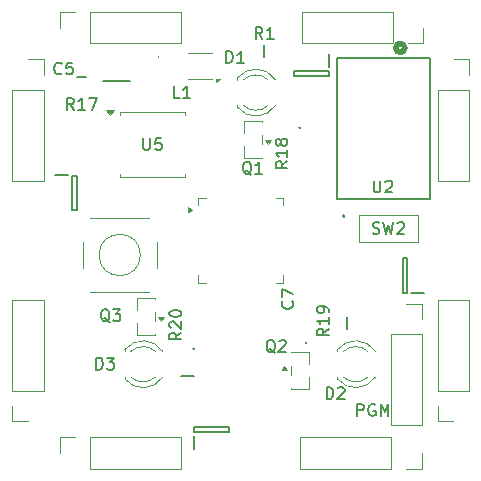
<source format=gbr>
%TF.GenerationSoftware,KiCad,Pcbnew,9.0.6*%
%TF.CreationDate,2025-12-07T19:18:26-08:00*%
%TF.ProjectId,redstone_comparator,72656473-746f-46e6-955f-636f6d706172,rev?*%
%TF.SameCoordinates,Original*%
%TF.FileFunction,Legend,Top*%
%TF.FilePolarity,Positive*%
%FSLAX46Y46*%
G04 Gerber Fmt 4.6, Leading zero omitted, Abs format (unit mm)*
G04 Created by KiCad (PCBNEW 9.0.6) date 2025-12-07 19:18:26*
%MOMM*%
%LPD*%
G01*
G04 APERTURE LIST*
%ADD10C,0.150000*%
%ADD11C,0.152400*%
%ADD12C,0.508000*%
%ADD13C,0.120000*%
%ADD14C,0.200000*%
%ADD15C,0.100000*%
G04 APERTURE END LIST*
D10*
X144836779Y-69869819D02*
X144836779Y-68869819D01*
X144836779Y-68869819D02*
X145217731Y-68869819D01*
X145217731Y-68869819D02*
X145312969Y-68917438D01*
X145312969Y-68917438D02*
X145360588Y-68965057D01*
X145360588Y-68965057D02*
X145408207Y-69060295D01*
X145408207Y-69060295D02*
X145408207Y-69203152D01*
X145408207Y-69203152D02*
X145360588Y-69298390D01*
X145360588Y-69298390D02*
X145312969Y-69346009D01*
X145312969Y-69346009D02*
X145217731Y-69393628D01*
X145217731Y-69393628D02*
X144836779Y-69393628D01*
X146360588Y-68917438D02*
X146265350Y-68869819D01*
X146265350Y-68869819D02*
X146122493Y-68869819D01*
X146122493Y-68869819D02*
X145979636Y-68917438D01*
X145979636Y-68917438D02*
X145884398Y-69012676D01*
X145884398Y-69012676D02*
X145836779Y-69107914D01*
X145836779Y-69107914D02*
X145789160Y-69298390D01*
X145789160Y-69298390D02*
X145789160Y-69441247D01*
X145789160Y-69441247D02*
X145836779Y-69631723D01*
X145836779Y-69631723D02*
X145884398Y-69726961D01*
X145884398Y-69726961D02*
X145979636Y-69822200D01*
X145979636Y-69822200D02*
X146122493Y-69869819D01*
X146122493Y-69869819D02*
X146217731Y-69869819D01*
X146217731Y-69869819D02*
X146360588Y-69822200D01*
X146360588Y-69822200D02*
X146408207Y-69774580D01*
X146408207Y-69774580D02*
X146408207Y-69441247D01*
X146408207Y-69441247D02*
X146217731Y-69441247D01*
X146836779Y-69869819D02*
X146836779Y-68869819D01*
X146836779Y-68869819D02*
X147170112Y-69584104D01*
X147170112Y-69584104D02*
X147503445Y-68869819D01*
X147503445Y-68869819D02*
X147503445Y-69869819D01*
X146238095Y-49954819D02*
X146238095Y-50764342D01*
X146238095Y-50764342D02*
X146285714Y-50859580D01*
X146285714Y-50859580D02*
X146333333Y-50907200D01*
X146333333Y-50907200D02*
X146428571Y-50954819D01*
X146428571Y-50954819D02*
X146619047Y-50954819D01*
X146619047Y-50954819D02*
X146714285Y-50907200D01*
X146714285Y-50907200D02*
X146761904Y-50859580D01*
X146761904Y-50859580D02*
X146809523Y-50764342D01*
X146809523Y-50764342D02*
X146809523Y-49954819D01*
X147238095Y-50050057D02*
X147285714Y-50002438D01*
X147285714Y-50002438D02*
X147380952Y-49954819D01*
X147380952Y-49954819D02*
X147619047Y-49954819D01*
X147619047Y-49954819D02*
X147714285Y-50002438D01*
X147714285Y-50002438D02*
X147761904Y-50050057D01*
X147761904Y-50050057D02*
X147809523Y-50145295D01*
X147809523Y-50145295D02*
X147809523Y-50240533D01*
X147809523Y-50240533D02*
X147761904Y-50383390D01*
X147761904Y-50383390D02*
X147190476Y-50954819D01*
X147190476Y-50954819D02*
X147809523Y-50954819D01*
X142261905Y-68454819D02*
X142261905Y-67454819D01*
X142261905Y-67454819D02*
X142500000Y-67454819D01*
X142500000Y-67454819D02*
X142642857Y-67502438D01*
X142642857Y-67502438D02*
X142738095Y-67597676D01*
X142738095Y-67597676D02*
X142785714Y-67692914D01*
X142785714Y-67692914D02*
X142833333Y-67883390D01*
X142833333Y-67883390D02*
X142833333Y-68026247D01*
X142833333Y-68026247D02*
X142785714Y-68216723D01*
X142785714Y-68216723D02*
X142738095Y-68311961D01*
X142738095Y-68311961D02*
X142642857Y-68407200D01*
X142642857Y-68407200D02*
X142500000Y-68454819D01*
X142500000Y-68454819D02*
X142261905Y-68454819D01*
X143214286Y-67550057D02*
X143261905Y-67502438D01*
X143261905Y-67502438D02*
X143357143Y-67454819D01*
X143357143Y-67454819D02*
X143595238Y-67454819D01*
X143595238Y-67454819D02*
X143690476Y-67502438D01*
X143690476Y-67502438D02*
X143738095Y-67550057D01*
X143738095Y-67550057D02*
X143785714Y-67645295D01*
X143785714Y-67645295D02*
X143785714Y-67740533D01*
X143785714Y-67740533D02*
X143738095Y-67883390D01*
X143738095Y-67883390D02*
X143166667Y-68454819D01*
X143166667Y-68454819D02*
X143785714Y-68454819D01*
X122761905Y-65954819D02*
X122761905Y-64954819D01*
X122761905Y-64954819D02*
X123000000Y-64954819D01*
X123000000Y-64954819D02*
X123142857Y-65002438D01*
X123142857Y-65002438D02*
X123238095Y-65097676D01*
X123238095Y-65097676D02*
X123285714Y-65192914D01*
X123285714Y-65192914D02*
X123333333Y-65383390D01*
X123333333Y-65383390D02*
X123333333Y-65526247D01*
X123333333Y-65526247D02*
X123285714Y-65716723D01*
X123285714Y-65716723D02*
X123238095Y-65811961D01*
X123238095Y-65811961D02*
X123142857Y-65907200D01*
X123142857Y-65907200D02*
X123000000Y-65954819D01*
X123000000Y-65954819D02*
X122761905Y-65954819D01*
X123666667Y-64954819D02*
X124285714Y-64954819D01*
X124285714Y-64954819D02*
X123952381Y-65335771D01*
X123952381Y-65335771D02*
X124095238Y-65335771D01*
X124095238Y-65335771D02*
X124190476Y-65383390D01*
X124190476Y-65383390D02*
X124238095Y-65431009D01*
X124238095Y-65431009D02*
X124285714Y-65526247D01*
X124285714Y-65526247D02*
X124285714Y-65764342D01*
X124285714Y-65764342D02*
X124238095Y-65859580D01*
X124238095Y-65859580D02*
X124190476Y-65907200D01*
X124190476Y-65907200D02*
X124095238Y-65954819D01*
X124095238Y-65954819D02*
X123809524Y-65954819D01*
X123809524Y-65954819D02*
X123714286Y-65907200D01*
X123714286Y-65907200D02*
X123666667Y-65859580D01*
X123904761Y-61950057D02*
X123809523Y-61902438D01*
X123809523Y-61902438D02*
X123714285Y-61807200D01*
X123714285Y-61807200D02*
X123571428Y-61664342D01*
X123571428Y-61664342D02*
X123476190Y-61616723D01*
X123476190Y-61616723D02*
X123380952Y-61616723D01*
X123428571Y-61854819D02*
X123333333Y-61807200D01*
X123333333Y-61807200D02*
X123238095Y-61711961D01*
X123238095Y-61711961D02*
X123190476Y-61521485D01*
X123190476Y-61521485D02*
X123190476Y-61188152D01*
X123190476Y-61188152D02*
X123238095Y-60997676D01*
X123238095Y-60997676D02*
X123333333Y-60902438D01*
X123333333Y-60902438D02*
X123428571Y-60854819D01*
X123428571Y-60854819D02*
X123619047Y-60854819D01*
X123619047Y-60854819D02*
X123714285Y-60902438D01*
X123714285Y-60902438D02*
X123809523Y-60997676D01*
X123809523Y-60997676D02*
X123857142Y-61188152D01*
X123857142Y-61188152D02*
X123857142Y-61521485D01*
X123857142Y-61521485D02*
X123809523Y-61711961D01*
X123809523Y-61711961D02*
X123714285Y-61807200D01*
X123714285Y-61807200D02*
X123619047Y-61854819D01*
X123619047Y-61854819D02*
X123428571Y-61854819D01*
X124190476Y-60854819D02*
X124809523Y-60854819D01*
X124809523Y-60854819D02*
X124476190Y-61235771D01*
X124476190Y-61235771D02*
X124619047Y-61235771D01*
X124619047Y-61235771D02*
X124714285Y-61283390D01*
X124714285Y-61283390D02*
X124761904Y-61331009D01*
X124761904Y-61331009D02*
X124809523Y-61426247D01*
X124809523Y-61426247D02*
X124809523Y-61664342D01*
X124809523Y-61664342D02*
X124761904Y-61759580D01*
X124761904Y-61759580D02*
X124714285Y-61807200D01*
X124714285Y-61807200D02*
X124619047Y-61854819D01*
X124619047Y-61854819D02*
X124333333Y-61854819D01*
X124333333Y-61854819D02*
X124238095Y-61807200D01*
X124238095Y-61807200D02*
X124190476Y-61759580D01*
X136833333Y-37954819D02*
X136500000Y-37478628D01*
X136261905Y-37954819D02*
X136261905Y-36954819D01*
X136261905Y-36954819D02*
X136642857Y-36954819D01*
X136642857Y-36954819D02*
X136738095Y-37002438D01*
X136738095Y-37002438D02*
X136785714Y-37050057D01*
X136785714Y-37050057D02*
X136833333Y-37145295D01*
X136833333Y-37145295D02*
X136833333Y-37288152D01*
X136833333Y-37288152D02*
X136785714Y-37383390D01*
X136785714Y-37383390D02*
X136738095Y-37431009D01*
X136738095Y-37431009D02*
X136642857Y-37478628D01*
X136642857Y-37478628D02*
X136261905Y-37478628D01*
X137785714Y-37954819D02*
X137214286Y-37954819D01*
X137500000Y-37954819D02*
X137500000Y-36954819D01*
X137500000Y-36954819D02*
X137404762Y-37097676D01*
X137404762Y-37097676D02*
X137309524Y-37192914D01*
X137309524Y-37192914D02*
X137214286Y-37240533D01*
X137904761Y-64550057D02*
X137809523Y-64502438D01*
X137809523Y-64502438D02*
X137714285Y-64407200D01*
X137714285Y-64407200D02*
X137571428Y-64264342D01*
X137571428Y-64264342D02*
X137476190Y-64216723D01*
X137476190Y-64216723D02*
X137380952Y-64216723D01*
X137428571Y-64454819D02*
X137333333Y-64407200D01*
X137333333Y-64407200D02*
X137238095Y-64311961D01*
X137238095Y-64311961D02*
X137190476Y-64121485D01*
X137190476Y-64121485D02*
X137190476Y-63788152D01*
X137190476Y-63788152D02*
X137238095Y-63597676D01*
X137238095Y-63597676D02*
X137333333Y-63502438D01*
X137333333Y-63502438D02*
X137428571Y-63454819D01*
X137428571Y-63454819D02*
X137619047Y-63454819D01*
X137619047Y-63454819D02*
X137714285Y-63502438D01*
X137714285Y-63502438D02*
X137809523Y-63597676D01*
X137809523Y-63597676D02*
X137857142Y-63788152D01*
X137857142Y-63788152D02*
X137857142Y-64121485D01*
X137857142Y-64121485D02*
X137809523Y-64311961D01*
X137809523Y-64311961D02*
X137714285Y-64407200D01*
X137714285Y-64407200D02*
X137619047Y-64454819D01*
X137619047Y-64454819D02*
X137428571Y-64454819D01*
X138238095Y-63550057D02*
X138285714Y-63502438D01*
X138285714Y-63502438D02*
X138380952Y-63454819D01*
X138380952Y-63454819D02*
X138619047Y-63454819D01*
X138619047Y-63454819D02*
X138714285Y-63502438D01*
X138714285Y-63502438D02*
X138761904Y-63550057D01*
X138761904Y-63550057D02*
X138809523Y-63645295D01*
X138809523Y-63645295D02*
X138809523Y-63740533D01*
X138809523Y-63740533D02*
X138761904Y-63883390D01*
X138761904Y-63883390D02*
X138190476Y-64454819D01*
X138190476Y-64454819D02*
X138809523Y-64454819D01*
X139359580Y-60166666D02*
X139407200Y-60214285D01*
X139407200Y-60214285D02*
X139454819Y-60357142D01*
X139454819Y-60357142D02*
X139454819Y-60452380D01*
X139454819Y-60452380D02*
X139407200Y-60595237D01*
X139407200Y-60595237D02*
X139311961Y-60690475D01*
X139311961Y-60690475D02*
X139216723Y-60738094D01*
X139216723Y-60738094D02*
X139026247Y-60785713D01*
X139026247Y-60785713D02*
X138883390Y-60785713D01*
X138883390Y-60785713D02*
X138692914Y-60738094D01*
X138692914Y-60738094D02*
X138597676Y-60690475D01*
X138597676Y-60690475D02*
X138502438Y-60595237D01*
X138502438Y-60595237D02*
X138454819Y-60452380D01*
X138454819Y-60452380D02*
X138454819Y-60357142D01*
X138454819Y-60357142D02*
X138502438Y-60214285D01*
X138502438Y-60214285D02*
X138550057Y-60166666D01*
X138454819Y-59833332D02*
X138454819Y-59166666D01*
X138454819Y-59166666D02*
X139454819Y-59595237D01*
X129833333Y-42954819D02*
X129357143Y-42954819D01*
X129357143Y-42954819D02*
X129357143Y-41954819D01*
X130690476Y-42954819D02*
X130119048Y-42954819D01*
X130404762Y-42954819D02*
X130404762Y-41954819D01*
X130404762Y-41954819D02*
X130309524Y-42097676D01*
X130309524Y-42097676D02*
X130214286Y-42192914D01*
X130214286Y-42192914D02*
X130119048Y-42240533D01*
X133761905Y-39994819D02*
X133761905Y-38994819D01*
X133761905Y-38994819D02*
X134000000Y-38994819D01*
X134000000Y-38994819D02*
X134142857Y-39042438D01*
X134142857Y-39042438D02*
X134238095Y-39137676D01*
X134238095Y-39137676D02*
X134285714Y-39232914D01*
X134285714Y-39232914D02*
X134333333Y-39423390D01*
X134333333Y-39423390D02*
X134333333Y-39566247D01*
X134333333Y-39566247D02*
X134285714Y-39756723D01*
X134285714Y-39756723D02*
X134238095Y-39851961D01*
X134238095Y-39851961D02*
X134142857Y-39947200D01*
X134142857Y-39947200D02*
X134000000Y-39994819D01*
X134000000Y-39994819D02*
X133761905Y-39994819D01*
X135285714Y-39994819D02*
X134714286Y-39994819D01*
X135000000Y-39994819D02*
X135000000Y-38994819D01*
X135000000Y-38994819D02*
X134904762Y-39137676D01*
X134904762Y-39137676D02*
X134809524Y-39232914D01*
X134809524Y-39232914D02*
X134714286Y-39280533D01*
X119833333Y-40859580D02*
X119785714Y-40907200D01*
X119785714Y-40907200D02*
X119642857Y-40954819D01*
X119642857Y-40954819D02*
X119547619Y-40954819D01*
X119547619Y-40954819D02*
X119404762Y-40907200D01*
X119404762Y-40907200D02*
X119309524Y-40811961D01*
X119309524Y-40811961D02*
X119261905Y-40716723D01*
X119261905Y-40716723D02*
X119214286Y-40526247D01*
X119214286Y-40526247D02*
X119214286Y-40383390D01*
X119214286Y-40383390D02*
X119261905Y-40192914D01*
X119261905Y-40192914D02*
X119309524Y-40097676D01*
X119309524Y-40097676D02*
X119404762Y-40002438D01*
X119404762Y-40002438D02*
X119547619Y-39954819D01*
X119547619Y-39954819D02*
X119642857Y-39954819D01*
X119642857Y-39954819D02*
X119785714Y-40002438D01*
X119785714Y-40002438D02*
X119833333Y-40050057D01*
X120738095Y-39954819D02*
X120261905Y-39954819D01*
X120261905Y-39954819D02*
X120214286Y-40431009D01*
X120214286Y-40431009D02*
X120261905Y-40383390D01*
X120261905Y-40383390D02*
X120357143Y-40335771D01*
X120357143Y-40335771D02*
X120595238Y-40335771D01*
X120595238Y-40335771D02*
X120690476Y-40383390D01*
X120690476Y-40383390D02*
X120738095Y-40431009D01*
X120738095Y-40431009D02*
X120785714Y-40526247D01*
X120785714Y-40526247D02*
X120785714Y-40764342D01*
X120785714Y-40764342D02*
X120738095Y-40859580D01*
X120738095Y-40859580D02*
X120690476Y-40907200D01*
X120690476Y-40907200D02*
X120595238Y-40954819D01*
X120595238Y-40954819D02*
X120357143Y-40954819D01*
X120357143Y-40954819D02*
X120261905Y-40907200D01*
X120261905Y-40907200D02*
X120214286Y-40859580D01*
X120857142Y-43954819D02*
X120523809Y-43478628D01*
X120285714Y-43954819D02*
X120285714Y-42954819D01*
X120285714Y-42954819D02*
X120666666Y-42954819D01*
X120666666Y-42954819D02*
X120761904Y-43002438D01*
X120761904Y-43002438D02*
X120809523Y-43050057D01*
X120809523Y-43050057D02*
X120857142Y-43145295D01*
X120857142Y-43145295D02*
X120857142Y-43288152D01*
X120857142Y-43288152D02*
X120809523Y-43383390D01*
X120809523Y-43383390D02*
X120761904Y-43431009D01*
X120761904Y-43431009D02*
X120666666Y-43478628D01*
X120666666Y-43478628D02*
X120285714Y-43478628D01*
X121809523Y-43954819D02*
X121238095Y-43954819D01*
X121523809Y-43954819D02*
X121523809Y-42954819D01*
X121523809Y-42954819D02*
X121428571Y-43097676D01*
X121428571Y-43097676D02*
X121333333Y-43192914D01*
X121333333Y-43192914D02*
X121238095Y-43240533D01*
X122142857Y-42954819D02*
X122809523Y-42954819D01*
X122809523Y-42954819D02*
X122380952Y-43954819D01*
X138954819Y-48317857D02*
X138478628Y-48651190D01*
X138954819Y-48889285D02*
X137954819Y-48889285D01*
X137954819Y-48889285D02*
X137954819Y-48508333D01*
X137954819Y-48508333D02*
X138002438Y-48413095D01*
X138002438Y-48413095D02*
X138050057Y-48365476D01*
X138050057Y-48365476D02*
X138145295Y-48317857D01*
X138145295Y-48317857D02*
X138288152Y-48317857D01*
X138288152Y-48317857D02*
X138383390Y-48365476D01*
X138383390Y-48365476D02*
X138431009Y-48413095D01*
X138431009Y-48413095D02*
X138478628Y-48508333D01*
X138478628Y-48508333D02*
X138478628Y-48889285D01*
X138954819Y-47365476D02*
X138954819Y-47936904D01*
X138954819Y-47651190D02*
X137954819Y-47651190D01*
X137954819Y-47651190D02*
X138097676Y-47746428D01*
X138097676Y-47746428D02*
X138192914Y-47841666D01*
X138192914Y-47841666D02*
X138240533Y-47936904D01*
X138383390Y-46794047D02*
X138335771Y-46889285D01*
X138335771Y-46889285D02*
X138288152Y-46936904D01*
X138288152Y-46936904D02*
X138192914Y-46984523D01*
X138192914Y-46984523D02*
X138145295Y-46984523D01*
X138145295Y-46984523D02*
X138050057Y-46936904D01*
X138050057Y-46936904D02*
X138002438Y-46889285D01*
X138002438Y-46889285D02*
X137954819Y-46794047D01*
X137954819Y-46794047D02*
X137954819Y-46603571D01*
X137954819Y-46603571D02*
X138002438Y-46508333D01*
X138002438Y-46508333D02*
X138050057Y-46460714D01*
X138050057Y-46460714D02*
X138145295Y-46413095D01*
X138145295Y-46413095D02*
X138192914Y-46413095D01*
X138192914Y-46413095D02*
X138288152Y-46460714D01*
X138288152Y-46460714D02*
X138335771Y-46508333D01*
X138335771Y-46508333D02*
X138383390Y-46603571D01*
X138383390Y-46603571D02*
X138383390Y-46794047D01*
X138383390Y-46794047D02*
X138431009Y-46889285D01*
X138431009Y-46889285D02*
X138478628Y-46936904D01*
X138478628Y-46936904D02*
X138573866Y-46984523D01*
X138573866Y-46984523D02*
X138764342Y-46984523D01*
X138764342Y-46984523D02*
X138859580Y-46936904D01*
X138859580Y-46936904D02*
X138907200Y-46889285D01*
X138907200Y-46889285D02*
X138954819Y-46794047D01*
X138954819Y-46794047D02*
X138954819Y-46603571D01*
X138954819Y-46603571D02*
X138907200Y-46508333D01*
X138907200Y-46508333D02*
X138859580Y-46460714D01*
X138859580Y-46460714D02*
X138764342Y-46413095D01*
X138764342Y-46413095D02*
X138573866Y-46413095D01*
X138573866Y-46413095D02*
X138478628Y-46460714D01*
X138478628Y-46460714D02*
X138431009Y-46508333D01*
X138431009Y-46508333D02*
X138383390Y-46603571D01*
X126738095Y-46359819D02*
X126738095Y-47169342D01*
X126738095Y-47169342D02*
X126785714Y-47264580D01*
X126785714Y-47264580D02*
X126833333Y-47312200D01*
X126833333Y-47312200D02*
X126928571Y-47359819D01*
X126928571Y-47359819D02*
X127119047Y-47359819D01*
X127119047Y-47359819D02*
X127214285Y-47312200D01*
X127214285Y-47312200D02*
X127261904Y-47264580D01*
X127261904Y-47264580D02*
X127309523Y-47169342D01*
X127309523Y-47169342D02*
X127309523Y-46359819D01*
X128261904Y-46359819D02*
X127785714Y-46359819D01*
X127785714Y-46359819D02*
X127738095Y-46836009D01*
X127738095Y-46836009D02*
X127785714Y-46788390D01*
X127785714Y-46788390D02*
X127880952Y-46740771D01*
X127880952Y-46740771D02*
X128119047Y-46740771D01*
X128119047Y-46740771D02*
X128214285Y-46788390D01*
X128214285Y-46788390D02*
X128261904Y-46836009D01*
X128261904Y-46836009D02*
X128309523Y-46931247D01*
X128309523Y-46931247D02*
X128309523Y-47169342D01*
X128309523Y-47169342D02*
X128261904Y-47264580D01*
X128261904Y-47264580D02*
X128214285Y-47312200D01*
X128214285Y-47312200D02*
X128119047Y-47359819D01*
X128119047Y-47359819D02*
X127880952Y-47359819D01*
X127880952Y-47359819D02*
X127785714Y-47312200D01*
X127785714Y-47312200D02*
X127738095Y-47264580D01*
X142454819Y-62492857D02*
X141978628Y-62826190D01*
X142454819Y-63064285D02*
X141454819Y-63064285D01*
X141454819Y-63064285D02*
X141454819Y-62683333D01*
X141454819Y-62683333D02*
X141502438Y-62588095D01*
X141502438Y-62588095D02*
X141550057Y-62540476D01*
X141550057Y-62540476D02*
X141645295Y-62492857D01*
X141645295Y-62492857D02*
X141788152Y-62492857D01*
X141788152Y-62492857D02*
X141883390Y-62540476D01*
X141883390Y-62540476D02*
X141931009Y-62588095D01*
X141931009Y-62588095D02*
X141978628Y-62683333D01*
X141978628Y-62683333D02*
X141978628Y-63064285D01*
X142454819Y-61540476D02*
X142454819Y-62111904D01*
X142454819Y-61826190D02*
X141454819Y-61826190D01*
X141454819Y-61826190D02*
X141597676Y-61921428D01*
X141597676Y-61921428D02*
X141692914Y-62016666D01*
X141692914Y-62016666D02*
X141740533Y-62111904D01*
X142454819Y-61064285D02*
X142454819Y-60873809D01*
X142454819Y-60873809D02*
X142407200Y-60778571D01*
X142407200Y-60778571D02*
X142359580Y-60730952D01*
X142359580Y-60730952D02*
X142216723Y-60635714D01*
X142216723Y-60635714D02*
X142026247Y-60588095D01*
X142026247Y-60588095D02*
X141645295Y-60588095D01*
X141645295Y-60588095D02*
X141550057Y-60635714D01*
X141550057Y-60635714D02*
X141502438Y-60683333D01*
X141502438Y-60683333D02*
X141454819Y-60778571D01*
X141454819Y-60778571D02*
X141454819Y-60969047D01*
X141454819Y-60969047D02*
X141502438Y-61064285D01*
X141502438Y-61064285D02*
X141550057Y-61111904D01*
X141550057Y-61111904D02*
X141645295Y-61159523D01*
X141645295Y-61159523D02*
X141883390Y-61159523D01*
X141883390Y-61159523D02*
X141978628Y-61111904D01*
X141978628Y-61111904D02*
X142026247Y-61064285D01*
X142026247Y-61064285D02*
X142073866Y-60969047D01*
X142073866Y-60969047D02*
X142073866Y-60778571D01*
X142073866Y-60778571D02*
X142026247Y-60683333D01*
X142026247Y-60683333D02*
X141978628Y-60635714D01*
X141978628Y-60635714D02*
X141883390Y-60588095D01*
X129954819Y-62817857D02*
X129478628Y-63151190D01*
X129954819Y-63389285D02*
X128954819Y-63389285D01*
X128954819Y-63389285D02*
X128954819Y-63008333D01*
X128954819Y-63008333D02*
X129002438Y-62913095D01*
X129002438Y-62913095D02*
X129050057Y-62865476D01*
X129050057Y-62865476D02*
X129145295Y-62817857D01*
X129145295Y-62817857D02*
X129288152Y-62817857D01*
X129288152Y-62817857D02*
X129383390Y-62865476D01*
X129383390Y-62865476D02*
X129431009Y-62913095D01*
X129431009Y-62913095D02*
X129478628Y-63008333D01*
X129478628Y-63008333D02*
X129478628Y-63389285D01*
X129050057Y-62436904D02*
X129002438Y-62389285D01*
X129002438Y-62389285D02*
X128954819Y-62294047D01*
X128954819Y-62294047D02*
X128954819Y-62055952D01*
X128954819Y-62055952D02*
X129002438Y-61960714D01*
X129002438Y-61960714D02*
X129050057Y-61913095D01*
X129050057Y-61913095D02*
X129145295Y-61865476D01*
X129145295Y-61865476D02*
X129240533Y-61865476D01*
X129240533Y-61865476D02*
X129383390Y-61913095D01*
X129383390Y-61913095D02*
X129954819Y-62484523D01*
X129954819Y-62484523D02*
X129954819Y-61865476D01*
X128954819Y-61246428D02*
X128954819Y-61151190D01*
X128954819Y-61151190D02*
X129002438Y-61055952D01*
X129002438Y-61055952D02*
X129050057Y-61008333D01*
X129050057Y-61008333D02*
X129145295Y-60960714D01*
X129145295Y-60960714D02*
X129335771Y-60913095D01*
X129335771Y-60913095D02*
X129573866Y-60913095D01*
X129573866Y-60913095D02*
X129764342Y-60960714D01*
X129764342Y-60960714D02*
X129859580Y-61008333D01*
X129859580Y-61008333D02*
X129907200Y-61055952D01*
X129907200Y-61055952D02*
X129954819Y-61151190D01*
X129954819Y-61151190D02*
X129954819Y-61246428D01*
X129954819Y-61246428D02*
X129907200Y-61341666D01*
X129907200Y-61341666D02*
X129859580Y-61389285D01*
X129859580Y-61389285D02*
X129764342Y-61436904D01*
X129764342Y-61436904D02*
X129573866Y-61484523D01*
X129573866Y-61484523D02*
X129335771Y-61484523D01*
X129335771Y-61484523D02*
X129145295Y-61436904D01*
X129145295Y-61436904D02*
X129050057Y-61389285D01*
X129050057Y-61389285D02*
X129002438Y-61341666D01*
X129002438Y-61341666D02*
X128954819Y-61246428D01*
X146166667Y-54407200D02*
X146309524Y-54454819D01*
X146309524Y-54454819D02*
X146547619Y-54454819D01*
X146547619Y-54454819D02*
X146642857Y-54407200D01*
X146642857Y-54407200D02*
X146690476Y-54359580D01*
X146690476Y-54359580D02*
X146738095Y-54264342D01*
X146738095Y-54264342D02*
X146738095Y-54169104D01*
X146738095Y-54169104D02*
X146690476Y-54073866D01*
X146690476Y-54073866D02*
X146642857Y-54026247D01*
X146642857Y-54026247D02*
X146547619Y-53978628D01*
X146547619Y-53978628D02*
X146357143Y-53931009D01*
X146357143Y-53931009D02*
X146261905Y-53883390D01*
X146261905Y-53883390D02*
X146214286Y-53835771D01*
X146214286Y-53835771D02*
X146166667Y-53740533D01*
X146166667Y-53740533D02*
X146166667Y-53645295D01*
X146166667Y-53645295D02*
X146214286Y-53550057D01*
X146214286Y-53550057D02*
X146261905Y-53502438D01*
X146261905Y-53502438D02*
X146357143Y-53454819D01*
X146357143Y-53454819D02*
X146595238Y-53454819D01*
X146595238Y-53454819D02*
X146738095Y-53502438D01*
X147071429Y-53454819D02*
X147309524Y-54454819D01*
X147309524Y-54454819D02*
X147500000Y-53740533D01*
X147500000Y-53740533D02*
X147690476Y-54454819D01*
X147690476Y-54454819D02*
X147928572Y-53454819D01*
X148261905Y-53550057D02*
X148309524Y-53502438D01*
X148309524Y-53502438D02*
X148404762Y-53454819D01*
X148404762Y-53454819D02*
X148642857Y-53454819D01*
X148642857Y-53454819D02*
X148738095Y-53502438D01*
X148738095Y-53502438D02*
X148785714Y-53550057D01*
X148785714Y-53550057D02*
X148833333Y-53645295D01*
X148833333Y-53645295D02*
X148833333Y-53740533D01*
X148833333Y-53740533D02*
X148785714Y-53883390D01*
X148785714Y-53883390D02*
X148214286Y-54454819D01*
X148214286Y-54454819D02*
X148833333Y-54454819D01*
X135904761Y-49450057D02*
X135809523Y-49402438D01*
X135809523Y-49402438D02*
X135714285Y-49307200D01*
X135714285Y-49307200D02*
X135571428Y-49164342D01*
X135571428Y-49164342D02*
X135476190Y-49116723D01*
X135476190Y-49116723D02*
X135380952Y-49116723D01*
X135428571Y-49354819D02*
X135333333Y-49307200D01*
X135333333Y-49307200D02*
X135238095Y-49211961D01*
X135238095Y-49211961D02*
X135190476Y-49021485D01*
X135190476Y-49021485D02*
X135190476Y-48688152D01*
X135190476Y-48688152D02*
X135238095Y-48497676D01*
X135238095Y-48497676D02*
X135333333Y-48402438D01*
X135333333Y-48402438D02*
X135428571Y-48354819D01*
X135428571Y-48354819D02*
X135619047Y-48354819D01*
X135619047Y-48354819D02*
X135714285Y-48402438D01*
X135714285Y-48402438D02*
X135809523Y-48497676D01*
X135809523Y-48497676D02*
X135857142Y-48688152D01*
X135857142Y-48688152D02*
X135857142Y-49021485D01*
X135857142Y-49021485D02*
X135809523Y-49211961D01*
X135809523Y-49211961D02*
X135714285Y-49307200D01*
X135714285Y-49307200D02*
X135619047Y-49354819D01*
X135619047Y-49354819D02*
X135428571Y-49354819D01*
X136809523Y-49354819D02*
X136238095Y-49354819D01*
X136523809Y-49354819D02*
X136523809Y-48354819D01*
X136523809Y-48354819D02*
X136428571Y-48497676D01*
X136428571Y-48497676D02*
X136333333Y-48592914D01*
X136333333Y-48592914D02*
X136238095Y-48640533D01*
D11*
%TO.C,U2*%
X143166000Y-39609100D02*
X143166000Y-51470900D01*
X143166000Y-51470900D02*
X151014600Y-51470900D01*
X151014600Y-39609100D02*
X143166000Y-39609100D01*
X151014600Y-51470900D02*
X151014600Y-39609100D01*
D12*
X148881000Y-38720100D02*
G75*
G02*
X148119000Y-38720100I-381000J0D01*
G01*
X148119000Y-38720100D02*
G75*
G02*
X148881000Y-38720100I381000J0D01*
G01*
D13*
%TO.C,D2*%
X143170000Y-64264000D02*
X143170000Y-64420000D01*
X143170000Y-66580000D02*
X143170000Y-66736000D01*
X143170000Y-64264484D02*
G75*
G02*
X146401437Y-64420000I1560000J-1235516D01*
G01*
X143689039Y-64420000D02*
G75*
G02*
X145770961Y-64420000I1040961J-1080000D01*
G01*
X145770961Y-66580000D02*
G75*
G02*
X143689039Y-66580000I-1040961J1080000D01*
G01*
X146401437Y-66580000D02*
G75*
G02*
X143170000Y-66735516I-1671437J1080000D01*
G01*
%TO.C,D3*%
X125170000Y-64264000D02*
X125170000Y-64420000D01*
X125170000Y-66580000D02*
X125170000Y-66736000D01*
X125170000Y-64264484D02*
G75*
G02*
X128401437Y-64420000I1560000J-1235516D01*
G01*
X125689039Y-64420000D02*
G75*
G02*
X127770961Y-64420000I1040961J-1080000D01*
G01*
X127770961Y-66580000D02*
G75*
G02*
X125689039Y-66580000I-1040961J1080000D01*
G01*
X128401437Y-66580000D02*
G75*
G02*
X125170000Y-66735516I-1671437J1080000D01*
G01*
%TO.C,Q3*%
X126177500Y-59890000D02*
X127697500Y-59890000D01*
X126177500Y-60890000D02*
X126177500Y-59890000D01*
X126177500Y-63010000D02*
X126177500Y-62010000D01*
X127697500Y-59890000D02*
X127697500Y-59940000D01*
X127697500Y-61060000D02*
X127697500Y-61840000D01*
X127697500Y-62960000D02*
X127697500Y-63010000D01*
X127697500Y-63010000D02*
X126177500Y-63010000D01*
X128237500Y-61830000D02*
X127997500Y-61500000D01*
X128477500Y-61500000D01*
X128237500Y-61830000D01*
G36*
X128237500Y-61830000D02*
G01*
X127997500Y-61500000D01*
X128477500Y-61500000D01*
X128237500Y-61830000D01*
G37*
%TO.C,SW1*%
X121630000Y-57350000D02*
X121630000Y-55150000D01*
X122250000Y-53130000D02*
X127250000Y-53130000D01*
X122250000Y-59370000D02*
X127250000Y-59370000D01*
X127870000Y-55150000D02*
X127870000Y-57350000D01*
X126500000Y-56250000D02*
G75*
G02*
X123000000Y-56250000I-1750000J0D01*
G01*
X123000000Y-56250000D02*
G75*
G02*
X126500000Y-56250000I1750000J0D01*
G01*
D14*
%TO.C,R1*%
X137000000Y-38475000D02*
X137000000Y-39525000D01*
D13*
%TO.C,U3*%
X132550000Y-39110000D02*
X130550000Y-39110000D01*
X132560000Y-41390000D02*
X130560000Y-41390000D01*
X132920000Y-41600000D02*
X132920000Y-41320000D01*
X133200000Y-41320000D01*
X132920000Y-41600000D01*
G36*
X132920000Y-41600000D02*
G01*
X132920000Y-41320000D01*
X133200000Y-41320000D01*
X132920000Y-41600000D01*
G37*
%TO.C,Q2*%
X139240000Y-64440000D02*
X140760000Y-64440000D01*
X139240000Y-64490000D02*
X139240000Y-64440000D01*
X139240000Y-66390000D02*
X139240000Y-65610000D01*
X139240000Y-67560000D02*
X139240000Y-67510000D01*
X140760000Y-64440000D02*
X140760000Y-65440000D01*
X140760000Y-66560000D02*
X140760000Y-67560000D01*
X140760000Y-67560000D02*
X139240000Y-67560000D01*
X138940000Y-65950000D02*
X138460000Y-65950000D01*
X138700000Y-65620000D01*
X138940000Y-65950000D01*
G36*
X138940000Y-65950000D02*
G01*
X138460000Y-65950000D01*
X138700000Y-65620000D01*
X138940000Y-65950000D01*
G37*
%TO.C,J9*%
X147695000Y-62970000D02*
X147695000Y-70650000D01*
X147695000Y-62970000D02*
X150355000Y-62970000D01*
X147695000Y-70650000D02*
X150355000Y-70650000D01*
X149025000Y-60370000D02*
X150355000Y-60370000D01*
X150355000Y-60370000D02*
X150355000Y-61700000D01*
X150355000Y-62970000D02*
X150355000Y-70650000D01*
%TO.C,J8*%
X115645000Y-67730000D02*
X115645000Y-60050000D01*
X115645000Y-70330000D02*
X115645000Y-69000000D01*
X116975000Y-70330000D02*
X115645000Y-70330000D01*
X118305000Y-60050000D02*
X115645000Y-60050000D01*
X118305000Y-67730000D02*
X115645000Y-67730000D01*
X118305000Y-67730000D02*
X118305000Y-60050000D01*
%TO.C,J4*%
X151670000Y-67730000D02*
X151670000Y-60050000D01*
X151670000Y-70330000D02*
X151670000Y-69000000D01*
X153000000Y-70330000D02*
X151670000Y-70330000D01*
X154330000Y-60050000D02*
X151670000Y-60050000D01*
X154330000Y-67730000D02*
X151670000Y-67730000D01*
X154330000Y-67730000D02*
X154330000Y-60050000D01*
D15*
%TO.C,L1*%
X128000000Y-39400000D02*
X128000000Y-39400000D01*
X128000000Y-39500000D02*
X128000000Y-39500000D01*
X128000000Y-39400000D02*
G75*
G02*
X128000000Y-39500000I0J-50000D01*
G01*
X128000000Y-39500000D02*
G75*
G02*
X128000000Y-39400000I0J50000D01*
G01*
D14*
%TO.C,D18*%
X148700000Y-56525000D02*
X149100000Y-56525000D01*
X148700000Y-59475000D02*
X148700000Y-56525000D01*
X149100000Y-56525000D02*
X149100000Y-59475000D01*
X149100000Y-59475000D02*
X148700000Y-59475000D01*
X150550000Y-59500000D02*
X149450000Y-59500000D01*
D13*
%TO.C,D1*%
X134710000Y-41264000D02*
X134710000Y-41420000D01*
X134710000Y-43580000D02*
X134710000Y-43736000D01*
X134710000Y-41264484D02*
G75*
G02*
X137941437Y-41420000I1560000J-1235516D01*
G01*
X135229039Y-41420000D02*
G75*
G02*
X137310961Y-41420000I1040961J-1080000D01*
G01*
X137310961Y-43580000D02*
G75*
G02*
X135229039Y-43580000I-1040961J1080000D01*
G01*
X137941437Y-43580000D02*
G75*
G02*
X134710000Y-43735516I-1671437J1080000D01*
G01*
%TO.C,J1*%
X119670000Y-35670000D02*
X121000000Y-35670000D01*
X119670000Y-37000000D02*
X119670000Y-35670000D01*
X122270000Y-35670000D02*
X129950000Y-35670000D01*
X122270000Y-38330000D02*
X122270000Y-35670000D01*
X122270000Y-38330000D02*
X129950000Y-38330000D01*
X129950000Y-38330000D02*
X129950000Y-35670000D01*
D14*
%TO.C,C5*%
X121900000Y-41175000D02*
X121100000Y-41175000D01*
%TO.C,R17*%
X125650000Y-41500000D02*
X123350000Y-41500000D01*
D13*
%TO.C,J2*%
X140170000Y-35670000D02*
X140170000Y-38330000D01*
X147850000Y-35670000D02*
X140170000Y-35670000D01*
X147850000Y-35670000D02*
X147850000Y-38330000D01*
X147850000Y-38330000D02*
X140170000Y-38330000D01*
X150450000Y-37000000D02*
X150450000Y-38330000D01*
X150450000Y-38330000D02*
X149120000Y-38330000D01*
D14*
%TO.C,R18*%
X140050000Y-45475000D02*
G75*
G02*
X139950000Y-45475000I-50000J0D01*
G01*
X139950000Y-45475000D02*
G75*
G02*
X140050000Y-45475000I50000J0D01*
G01*
%TO.C,D21*%
X119250000Y-49500000D02*
X120350000Y-49500000D01*
X120700000Y-49525000D02*
X121100000Y-49525000D01*
X120700000Y-52475000D02*
X120700000Y-49525000D01*
X121100000Y-49525000D02*
X121100000Y-52475000D01*
X121100000Y-52475000D02*
X120700000Y-52475000D01*
D13*
%TO.C,U5*%
X124740000Y-44145000D02*
X130260000Y-44145000D01*
X124740000Y-44415000D02*
X124740000Y-44145000D01*
X124740000Y-49665000D02*
X124740000Y-49395000D01*
X130260000Y-44145000D02*
X130260000Y-44415000D01*
X130260000Y-49395000D02*
X130260000Y-49665000D01*
X130260000Y-49665000D02*
X124740000Y-49665000D01*
X123910000Y-44405000D02*
X123570000Y-43935000D01*
X124250000Y-43935000D01*
X123910000Y-44405000D01*
G36*
X123910000Y-44405000D02*
G01*
X123570000Y-43935000D01*
X124250000Y-43935000D01*
X123910000Y-44405000D01*
G37*
%TO.C,J6*%
X140050000Y-71695000D02*
X140050000Y-74355000D01*
X147730000Y-71695000D02*
X140050000Y-71695000D01*
X147730000Y-71695000D02*
X147730000Y-74355000D01*
X147730000Y-74355000D02*
X140050000Y-74355000D01*
X150330000Y-73025000D02*
X150330000Y-74355000D01*
X150330000Y-74355000D02*
X149000000Y-74355000D01*
%TO.C,U1*%
X131390000Y-51390000D02*
X132039999Y-51390000D01*
X131390000Y-52039999D02*
X131390000Y-51390000D01*
X131390000Y-58610000D02*
X131390000Y-57960001D01*
X132039999Y-58610000D02*
X131390000Y-58610000D01*
X137960001Y-51390000D02*
X138610000Y-51390000D01*
X138610000Y-51390000D02*
X138610000Y-52039999D01*
X138610000Y-57960001D02*
X138610000Y-58610000D01*
X138610000Y-58610000D02*
X137960001Y-58610000D01*
X130860000Y-52399999D02*
X130530000Y-52640000D01*
X130530000Y-52160000D01*
X130860000Y-52399999D01*
G36*
X130860000Y-52399999D02*
G01*
X130530000Y-52640000D01*
X130530000Y-52160000D01*
X130860000Y-52399999D01*
G37*
D14*
%TO.C,R2*%
X144000000Y-61475000D02*
X144000000Y-62525000D01*
%TO.C,R19*%
X140550000Y-63700000D02*
G75*
G02*
X140450000Y-63700000I-50000J0D01*
G01*
X140450000Y-63700000D02*
G75*
G02*
X140550000Y-63700000I50000J0D01*
G01*
D13*
%TO.C,J5*%
X119670000Y-71670000D02*
X121000000Y-71670000D01*
X119670000Y-73000000D02*
X119670000Y-71670000D01*
X122270000Y-71670000D02*
X129950000Y-71670000D01*
X122270000Y-74330000D02*
X122270000Y-71670000D01*
X122270000Y-74330000D02*
X129950000Y-74330000D01*
X129950000Y-74330000D02*
X129950000Y-71670000D01*
D14*
%TO.C,D17*%
X139525000Y-40700000D02*
X142475000Y-40700000D01*
X139525000Y-41100000D02*
X139525000Y-40700000D01*
X142475000Y-40700000D02*
X142475000Y-41100000D01*
X142475000Y-41100000D02*
X139525000Y-41100000D01*
X142500000Y-39250000D02*
X142500000Y-40350000D01*
%TO.C,R20*%
X131050000Y-64200000D02*
G75*
G02*
X130950000Y-64200000I-50000J0D01*
G01*
X130950000Y-64200000D02*
G75*
G02*
X131050000Y-64200000I50000J0D01*
G01*
%TO.C,D20*%
X131000000Y-72650000D02*
X131000000Y-71550000D01*
X131025000Y-70800000D02*
X133975000Y-70800000D01*
X131025000Y-71200000D02*
X131025000Y-70800000D01*
X133975000Y-70800000D02*
X133975000Y-71200000D01*
X133975000Y-71200000D02*
X131025000Y-71200000D01*
D13*
%TO.C,J7*%
X115670000Y-42270000D02*
X115670000Y-49950000D01*
X115670000Y-42270000D02*
X118330000Y-42270000D01*
X115670000Y-49950000D02*
X118330000Y-49950000D01*
X117000000Y-39670000D02*
X118330000Y-39670000D01*
X118330000Y-39670000D02*
X118330000Y-41000000D01*
X118330000Y-42270000D02*
X118330000Y-49950000D01*
D14*
%TO.C,SW2*%
X143700000Y-52845000D02*
X143700000Y-52845000D01*
X143700000Y-53045000D02*
X143700000Y-53045000D01*
D15*
X145000000Y-52845000D02*
X150000000Y-52845000D01*
X145000000Y-55155000D02*
X145000000Y-52845000D01*
X150000000Y-52845000D02*
X150000000Y-55155000D01*
X150000000Y-55155000D02*
X145000000Y-55155000D01*
D14*
X143700000Y-52845000D02*
G75*
G02*
X143700000Y-53045000I0J-100000D01*
G01*
X143700000Y-53045000D02*
G75*
G02*
X143700000Y-52845000I0J100000D01*
G01*
D13*
%TO.C,Q1*%
X135240000Y-44940000D02*
X136760000Y-44940000D01*
X135240000Y-45940000D02*
X135240000Y-44940000D01*
X135240000Y-48060000D02*
X135240000Y-47060000D01*
X136760000Y-44940000D02*
X136760000Y-44990000D01*
X136760000Y-46110000D02*
X136760000Y-46890000D01*
X136760000Y-48010000D02*
X136760000Y-48060000D01*
X136760000Y-48060000D02*
X135240000Y-48060000D01*
X137300000Y-46880000D02*
X137060000Y-46550000D01*
X137540000Y-46550000D01*
X137300000Y-46880000D01*
G36*
X137300000Y-46880000D02*
G01*
X137060000Y-46550000D01*
X137540000Y-46550000D01*
X137300000Y-46880000D01*
G37*
%TO.C,J3*%
X151695000Y-42270000D02*
X151695000Y-49950000D01*
X151695000Y-42270000D02*
X154355000Y-42270000D01*
X151695000Y-49950000D02*
X154355000Y-49950000D01*
X153025000Y-39670000D02*
X154355000Y-39670000D01*
X154355000Y-39670000D02*
X154355000Y-41000000D01*
X154355000Y-42270000D02*
X154355000Y-49950000D01*
D14*
%TO.C,R3*%
X131025000Y-66500000D02*
X129975000Y-66500000D01*
%TD*%
M02*

</source>
